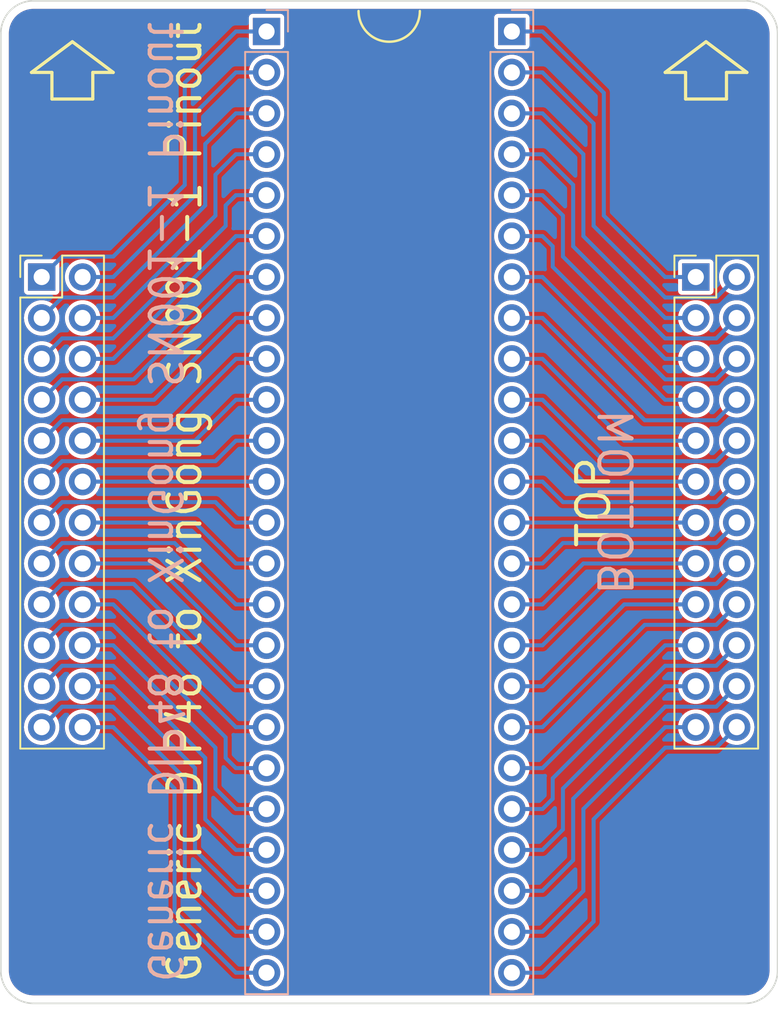
<source format=kicad_pcb>
(kicad_pcb (version 20221018) (generator pcbnew)
  (title_block (title "Generic DIP48 to XinGong SN001-1 Pinout"))
  (layers (0 "F.Cu" signal) (31 "B.Cu" signal) (34 "B.Paste" user) (35 "F.Paste" user) (36 "B.SilkS" user "B.Silkscreen") (37 "F.SilkS" user "F.Silkscreen") (38 "B.Mask" user) (39 "F.Mask" user) (44 "Edge.Cuts" user))
  (net 0 "")
  (net 1 "/P01")
  (net 2 "/P02")
  (net 3 "/P03")
  (net 4 "/P04")
  (net 5 "/P05")
  (net 6 "/P06")
  (net 7 "/P07")
  (net 8 "/P08")
  (net 9 "/P09")
  (net 10 "/P10")
  (net 11 "/P11")
  (net 12 "/P12")
  (net 13 "/P13")
  (net 14 "/P14")
  (net 15 "/P15")
  (net 16 "/P16")
  (net 17 "/P17")
  (net 18 "/P18")
  (net 19 "/P19")
  (net 20 "/P20")
  (net 21 "/P21")
  (net 22 "/P22")
  (net 23 "/P23")
  (net 24 "/P24")
  (net 25 "/P48")
  (net 26 "/P47")
  (net 27 "/P46")
  (net 28 "/P45")
  (net 29 "/P44")
  (net 30 "/P43")
  (net 31 "/P42")
  (net 32 "/P41")
  (net 33 "/P40")
  (net 34 "/P39")
  (net 35 "/P38")
  (net 36 "/P37")
  (net 37 "/P36")
  (net 38 "/P35")
  (net 39 "/P34")
  (net 40 "/P33")
  (net 41 "/P32")
  (net 42 "/P31")
  (net 43 "/P30")
  (net 44 "/P29")
  (net 45 "/P28")
  (net 46 "/P26")
  (net 47 "/P25")
  (net 48 "/P27")
  (footprint "Connector_PinHeader_2.54mm:PinHeader_2x12_P2.54mm_Vertical" (layer "F.Cu") (at 58.42 33.02)
    (fp_text reference "J2" hide)
    (fp_text value "SN001-R")
    (fp_line (start -1.33 -1.33) (end 0 -1.33) (stroke (width 0.12)) (layer "F.SilkS"))
    (fp_line (start -1.33 0) (end -1.33 -1.33) (stroke (width 0.12)) (layer "F.SilkS"))
    (fp_line (start -1.33 1.27) (end -1.33 29.27) (stroke (width 0.12)) (layer "F.SilkS"))
    (fp_line (start -1.33 1.27) (end 1.27 1.27) (stroke (width 0.12)) (layer "F.SilkS"))
    (fp_line (start -1.33 29.27) (end 3.87 29.27) (stroke (width 0.12)) (layer "F.SilkS"))
    (fp_line (start 1.27 -1.33) (end 3.87 -1.33) (stroke (width 0.12)) (layer "F.SilkS"))
    (fp_line (start 1.27 1.27) (end 1.27 -1.33) (stroke (width 0.12)) (layer "F.SilkS"))
    (fp_line (start 3.87 -1.33) (end 3.87 29.27) (stroke (width 0.12)) (layer "F.SilkS"))
    (pad "1" thru_hole rect (at 0 0) (size 1.7 1.7) (drill 1) (layers "*.Cu" "*.Mask") (net 25 "/P48"))
    (pad "2" thru_hole oval (at 2.54 0) (size 1.7 1.7) (drill 1) (layers "*.Cu" "*.Mask") (net 26 "/P47"))
    (pad "3" thru_hole oval (at 0 2.54) (size 1.7 1.7) (drill 1) (layers "*.Cu" "*.Mask") (net 27 "/P46"))
    (pad "4" thru_hole oval (at 2.54 2.54) (size 1.7 1.7) (drill 1) (layers "*.Cu" "*.Mask") (net 28 "/P45"))
    (pad "5" thru_hole oval (at 0 5.08) (size 1.7 1.7) (drill 1) (layers "*.Cu" "*.Mask") (net 29 "/P44"))
    (pad "6" thru_hole oval (at 2.54 5.08) (size 1.7 1.7) (drill 1) (layers "*.Cu" "*.Mask") (net 30 "/P43"))
    (pad "7" thru_hole oval (at 0 7.62) (size 1.7 1.7) (drill 1) (layers "*.Cu" "*.Mask") (net 31 "/P42"))
    (pad "8" thru_hole oval (at 2.54 7.62) (size 1.7 1.7) (drill 1) (layers "*.Cu" "*.Mask") (net 32 "/P41"))
    (pad "9" thru_hole oval (at 0 10.16) (size 1.7 1.7) (drill 1) (layers "*.Cu" "*.Mask") (net 33 "/P40"))
    (pad "10" thru_hole oval (at 2.54 10.16) (size 1.7 1.7) (drill 1) (layers "*.Cu" "*.Mask") (net 34 "/P39"))
    (pad "11" thru_hole oval (at 0 12.7) (size 1.7 1.7) (drill 1) (layers "*.Cu" "*.Mask") (net 35 "/P38"))
    (pad "12" thru_hole oval (at 2.54 12.7) (size 1.7 1.7) (drill 1) (layers "*.Cu" "*.Mask") (net 36 "/P37"))
    (pad "13" thru_hole oval (at 0 15.24) (size 1.7 1.7) (drill 1) (layers "*.Cu" "*.Mask") (net 37 "/P36"))
    (pad "14" thru_hole oval (at 2.54 15.24) (size 1.7 1.7) (drill 1) (layers "*.Cu" "*.Mask") (net 38 "/P35"))
    (pad "15" thru_hole oval (at 0 17.78) (size 1.7 1.7) (drill 1) (layers "*.Cu" "*.Mask") (net 39 "/P34"))
    (pad "16" thru_hole oval (at 2.54 17.78) (size 1.7 1.7) (drill 1) (layers "*.Cu" "*.Mask") (net 40 "/P33"))
    (pad "17" thru_hole oval (at 0 20.32) (size 1.7 1.7) (drill 1) (layers "*.Cu" "*.Mask") (net 41 "/P32"))
    (pad "18" thru_hole oval (at 2.54 20.32) (size 1.7 1.7) (drill 1) (layers "*.Cu" "*.Mask") (net 42 "/P31"))
    (pad "19" thru_hole oval (at 0 22.86) (size 1.7 1.7) (drill 1) (layers "*.Cu" "*.Mask") (net 43 "/P30"))
    (pad "20" thru_hole oval (at 2.54 22.86) (size 1.7 1.7) (drill 1) (layers "*.Cu" "*.Mask") (net 44 "/P29"))
    (pad "21" thru_hole oval (at 0 25.4) (size 1.7 1.7) (drill 1) (layers "*.Cu" "*.Mask") (net 45 "/P28"))
    (pad "22" thru_hole oval (at 2.54 25.4) (size 1.7 1.7) (drill 1) (layers "*.Cu" "*.Mask") (net 48 "/P27"))
    (pad "23" thru_hole oval (at 0 27.94) (size 1.7 1.7) (drill 1) (layers "*.Cu" "*.Mask") (net 46 "/P26"))
    (pad "24" thru_hole oval (at 2.54 27.94) (size 1.7 1.7) (drill 1) (layers "*.Cu" "*.Mask") (net 47 "/P25"))
  )
  (footprint "Connector_PinHeader_2.54mm:PinHeader_2x12_P2.54mm_Vertical" (layer "F.Cu") (at 17.78 33.02)
    (fp_text reference "J1" hide)
    (fp_text value "SN001-L")
    (fp_line (start -1.33 -1.33) (end 0 -1.33) (stroke (width 0.12)) (layer "F.SilkS"))
    (fp_line (start -1.33 0) (end -1.33 -1.33) (stroke (width 0.12)) (layer "F.SilkS"))
    (fp_line (start -1.33 1.27) (end -1.33 29.27) (stroke (width 0.12)) (layer "F.SilkS"))
    (fp_line (start -1.33 1.27) (end 1.27 1.27) (stroke (width 0.12)) (layer "F.SilkS"))
    (fp_line (start -1.33 29.27) (end 3.87 29.27) (stroke (width 0.12)) (layer "F.SilkS"))
    (fp_line (start 1.27 -1.33) (end 3.87 -1.33) (stroke (width 0.12)) (layer "F.SilkS"))
    (fp_line (start 1.27 1.27) (end 1.27 -1.33) (stroke (width 0.12)) (layer "F.SilkS"))
    (fp_line (start 3.87 -1.33) (end 3.87 29.27) (stroke (width 0.12)) (layer "F.SilkS"))
    (pad "1" thru_hole rect (at 0 0) (size 1.7 1.7) (drill 1) (layers "*.Cu" "*.Mask") (net 1 "/P01"))
    (pad "2" thru_hole oval (at 2.54 0) (size 1.7 1.7) (drill 1) (layers "*.Cu" "*.Mask") (net 2 "/P02"))
    (pad "3" thru_hole oval (at 0 2.54) (size 1.7 1.7) (drill 1) (layers "*.Cu" "*.Mask") (net 3 "/P03"))
    (pad "4" thru_hole oval (at 2.54 2.54) (size 1.7 1.7) (drill 1) (layers "*.Cu" "*.Mask") (net 4 "/P04"))
    (pad "5" thru_hole oval (at 0 5.08) (size 1.7 1.7) (drill 1) (layers "*.Cu" "*.Mask") (net 5 "/P05"))
    (pad "6" thru_hole oval (at 2.54 5.08) (size 1.7 1.7) (drill 1) (layers "*.Cu" "*.Mask") (net 6 "/P06"))
    (pad "7" thru_hole oval (at 0 7.62) (size 1.7 1.7) (drill 1) (layers "*.Cu" "*.Mask") (net 7 "/P07"))
    (pad "8" thru_hole oval (at 2.54 7.62) (size 1.7 1.7) (drill 1) (layers "*.Cu" "*.Mask") (net 8 "/P08"))
    (pad "9" thru_hole oval (at 0 10.16) (size 1.7 1.7) (drill 1) (layers "*.Cu" "*.Mask") (net 9 "/P09"))
    (pad "10" thru_hole oval (at 2.54 10.16) (size 1.7 1.7) (drill 1) (layers "*.Cu" "*.Mask") (net 10 "/P10"))
    (pad "11" thru_hole oval (at 0 12.7) (size 1.7 1.7) (drill 1) (layers "*.Cu" "*.Mask") (net 11 "/P11"))
    (pad "12" thru_hole oval (at 2.54 12.7) (size 1.7 1.7) (drill 1) (layers "*.Cu" "*.Mask") (net 12 "/P12"))
    (pad "13" thru_hole oval (at 0 15.24) (size 1.7 1.7) (drill 1) (layers "*.Cu" "*.Mask") (net 13 "/P13"))
    (pad "14" thru_hole oval (at 2.54 15.24) (size 1.7 1.7) (drill 1) (layers "*.Cu" "*.Mask") (net 14 "/P14"))
    (pad "15" thru_hole oval (at 0 17.78) (size 1.7 1.7) (drill 1) (layers "*.Cu" "*.Mask") (net 15 "/P15"))
    (pad "16" thru_hole oval (at 2.54 17.78) (size 1.7 1.7) (drill 1) (layers "*.Cu" "*.Mask") (net 16 "/P16"))
    (pad "17" thru_hole oval (at 0 20.32) (size 1.7 1.7) (drill 1) (layers "*.Cu" "*.Mask") (net 17 "/P17"))
    (pad "18" thru_hole oval (at 2.54 20.32) (size 1.7 1.7) (drill 1) (layers "*.Cu" "*.Mask") (net 18 "/P18"))
    (pad "19" thru_hole oval (at 0 22.86) (size 1.7 1.7) (drill 1) (layers "*.Cu" "*.Mask") (net 19 "/P19"))
    (pad "20" thru_hole oval (at 2.54 22.86) (size 1.7 1.7) (drill 1) (layers "*.Cu" "*.Mask") (net 20 "/P20"))
    (pad "21" thru_hole oval (at 0 25.4) (size 1.7 1.7) (drill 1) (layers "*.Cu" "*.Mask") (net 21 "/P21"))
    (pad "22" thru_hole oval (at 2.54 25.4) (size 1.7 1.7) (drill 1) (layers "*.Cu" "*.Mask") (net 22 "/P22"))
    (pad "23" thru_hole oval (at 0 27.94) (size 1.7 1.7) (drill 1) (layers "*.Cu" "*.Mask") (net 23 "/P23"))
    (pad "24" thru_hole oval (at 2.54 27.94) (size 1.7 1.7) (drill 1) (layers "*.Cu" "*.Mask") (net 24 "/P24"))
  )
  (footprint "Connector_PinHeader_2.54mm:PinHeader_1x24_P2.54mm_Vertical" (layer "B.Cu") (at 46.99 17.78 180)
    (fp_text reference "J4" hide)
    (fp_text value "DIP48-R")
    (fp_line (start -1.33 -59.75) (end 1.33 -59.75) (stroke (width 0.12)) (layer "B.SilkS"))
    (fp_line (start -1.33 -1.27) (end -1.33 -59.75) (stroke (width 0.12)) (layer "B.SilkS"))
    (fp_line (start -1.33 -1.27) (end 1.33 -1.27) (stroke (width 0.12)) (layer "B.SilkS"))
    (fp_line (start -1.33 0) (end -1.33 1.33) (stroke (width 0.12)) (layer "B.SilkS"))
    (fp_line (start -1.33 1.33) (end 0 1.33) (stroke (width 0.12)) (layer "B.SilkS"))
    (fp_line (start 1.33 -1.27) (end 1.33 -59.75) (stroke (width 0.12)) (layer "B.SilkS"))
    (pad "1" thru_hole rect (at 0 0 180) (size 1.7 1.7) (drill 1) (layers "*.Cu" "*.Mask") (net 25 "/P48"))
    (pad "2" thru_hole oval (at 0 -2.54 180) (size 1.7 1.7) (drill 1) (layers "*.Cu" "*.Mask") (net 26 "/P47"))
    (pad "3" thru_hole oval (at 0 -5.08 180) (size 1.7 1.7) (drill 1) (layers "*.Cu" "*.Mask") (net 27 "/P46"))
    (pad "4" thru_hole oval (at 0 -7.62 180) (size 1.7 1.7) (drill 1) (layers "*.Cu" "*.Mask") (net 28 "/P45"))
    (pad "5" thru_hole oval (at 0 -10.16 180) (size 1.7 1.7) (drill 1) (layers "*.Cu" "*.Mask") (net 29 "/P44"))
    (pad "6" thru_hole oval (at 0 -12.7 180) (size 1.7 1.7) (drill 1) (layers "*.Cu" "*.Mask") (net 30 "/P43"))
    (pad "7" thru_hole oval (at 0 -15.24 180) (size 1.7 1.7) (drill 1) (layers "*.Cu" "*.Mask") (net 31 "/P42"))
    (pad "8" thru_hole oval (at 0 -17.78 180) (size 1.7 1.7) (drill 1) (layers "*.Cu" "*.Mask") (net 32 "/P41"))
    (pad "9" thru_hole oval (at 0 -20.32 180) (size 1.7 1.7) (drill 1) (layers "*.Cu" "*.Mask") (net 33 "/P40"))
    (pad "10" thru_hole oval (at 0 -22.86 180) (size 1.7 1.7) (drill 1) (layers "*.Cu" "*.Mask") (net 34 "/P39"))
    (pad "11" thru_hole oval (at 0 -25.4 180) (size 1.7 1.7) (drill 1) (layers "*.Cu" "*.Mask") (net 35 "/P38"))
    (pad "12" thru_hole oval (at 0 -27.94 180) (size 1.7 1.7) (drill 1) (layers "*.Cu" "*.Mask") (net 36 "/P37"))
    (pad "13" thru_hole oval (at 0 -30.48 180) (size 1.7 1.7) (drill 1) (layers "*.Cu" "*.Mask") (net 37 "/P36"))
    (pad "14" thru_hole oval (at 0 -33.02 180) (size 1.7 1.7) (drill 1) (layers "*.Cu" "*.Mask") (net 38 "/P35"))
    (pad "15" thru_hole oval (at 0 -35.56 180) (size 1.7 1.7) (drill 1) (layers "*.Cu" "*.Mask") (net 39 "/P34"))
    (pad "16" thru_hole oval (at 0 -38.1 180) (size 1.7 1.7) (drill 1) (layers "*.Cu" "*.Mask") (net 40 "/P33"))
    (pad "17" thru_hole oval (at 0 -40.64 180) (size 1.7 1.7) (drill 1) (layers "*.Cu" "*.Mask") (net 41 "/P32"))
    (pad "18" thru_hole oval (at 0 -43.18 180) (size 1.7 1.7) (drill 1) (layers "*.Cu" "*.Mask") (net 42 "/P31"))
    (pad "19" thru_hole oval (at 0 -45.72 180) (size 1.7 1.7) (drill 1) (layers "*.Cu" "*.Mask") (net 43 "/P30"))
    (pad "20" thru_hole oval (at 0 -48.26 180) (size 1.7 1.7) (drill 1) (layers "*.Cu" "*.Mask") (net 44 "/P29"))
    (pad "21" thru_hole oval (at 0 -50.8 180) (size 1.7 1.7) (drill 1) (layers "*.Cu" "*.Mask") (net 45 "/P28"))
    (pad "22" thru_hole oval (at 0 -53.34 180) (size 1.7 1.7) (drill 1) (layers "*.Cu" "*.Mask") (net 48 "/P27"))
    (pad "23" thru_hole oval (at 0 -55.88 180) (size 1.7 1.7) (drill 1) (layers "*.Cu" "*.Mask") (net 46 "/P26"))
    (pad "24" thru_hole oval (at 0 -58.42 180) (size 1.7 1.7) (drill 1) (layers "*.Cu" "*.Mask") (net 47 "/P25"))
  )
  (footprint "Connector_PinHeader_2.54mm:PinHeader_1x24_P2.54mm_Vertical" (layer "B.Cu") (at 31.75 17.78 180)
    (fp_text reference "J3" hide)
    (fp_text value "DIP48-L")
    (fp_line (start -1.33 -59.75) (end 1.33 -59.75) (stroke (width 0.12)) (layer "B.SilkS"))
    (fp_line (start -1.33 -1.27) (end -1.33 -59.75) (stroke (width 0.12)) (layer "B.SilkS"))
    (fp_line (start -1.33 -1.27) (end 1.33 -1.27) (stroke (width 0.12)) (layer "B.SilkS"))
    (fp_line (start -1.33 0) (end -1.33 1.33) (stroke (width 0.12)) (layer "B.SilkS"))
    (fp_line (start -1.33 1.33) (end 0 1.33) (stroke (width 0.12)) (layer "B.SilkS"))
    (fp_line (start 1.33 -1.27) (end 1.33 -59.75) (stroke (width 0.12)) (layer "B.SilkS"))
    (pad "1" thru_hole rect (at 0 0 180) (size 1.7 1.7) (drill 1) (layers "*.Cu" "*.Mask") (net 1 "/P01"))
    (pad "2" thru_hole oval (at 0 -2.54 180) (size 1.7 1.7) (drill 1) (layers "*.Cu" "*.Mask") (net 2 "/P02"))
    (pad "3" thru_hole oval (at 0 -5.08 180) (size 1.7 1.7) (drill 1) (layers "*.Cu" "*.Mask") (net 3 "/P03"))
    (pad "4" thru_hole oval (at 0 -7.62 180) (size 1.7 1.7) (drill 1) (layers "*.Cu" "*.Mask") (net 4 "/P04"))
    (pad "5" thru_hole oval (at 0 -10.16 180) (size 1.7 1.7) (drill 1) (layers "*.Cu" "*.Mask") (net 5 "/P05"))
    (pad "6" thru_hole oval (at 0 -12.7 180) (size 1.7 1.7) (drill 1) (layers "*.Cu" "*.Mask") (net 6 "/P06"))
    (pad "7" thru_hole oval (at 0 -15.24 180) (size 1.7 1.7) (drill 1) (layers "*.Cu" "*.Mask") (net 7 "/P07"))
    (pad "8" thru_hole oval (at 0 -17.78 180) (size 1.7 1.7) (drill 1) (layers "*.Cu" "*.Mask") (net 8 "/P08"))
    (pad "9" thru_hole oval (at 0 -20.32 180) (size 1.7 1.7) (drill 1) (layers "*.Cu" "*.Mask") (net 9 "/P09"))
    (pad "10" thru_hole oval (at 0 -22.86 180) (size 1.7 1.7) (drill 1) (layers "*.Cu" "*.Mask") (net 10 "/P10"))
    (pad "11" thru_hole oval (at 0 -25.4 180) (size 1.7 1.7) (drill 1) (layers "*.Cu" "*.Mask") (net 11 "/P11"))
    (pad "12" thru_hole oval (at 0 -27.94 180) (size 1.7 1.7) (drill 1) (layers "*.Cu" "*.Mask") (net 12 "/P12"))
    (pad "13" thru_hole oval (at 0 -30.48 180) (size 1.7 1.7) (drill 1) (layers "*.Cu" "*.Mask") (net 13 "/P13"))
    (pad "14" thru_hole oval (at 0 -33.02 180) (size 1.7 1.7) (drill 1) (layers "*.Cu" "*.Mask") (net 14 "/P14"))
    (pad "15" thru_hole oval (at 0 -35.56 180) (size 1.7 1.7) (drill 1) (layers "*.Cu" "*.Mask") (net 15 "/P15"))
    (pad "16" thru_hole oval (at 0 -38.1 180) (size 1.7 1.7) (drill 1) (layers "*.Cu" "*.Mask") (net 16 "/P16"))
    (pad "17" thru_hole oval (at 0 -40.64 180) (size 1.7 1.7) (drill 1) (layers "*.Cu" "*.Mask") (net 17 "/P17"))
    (pad "18" thru_hole oval (at 0 -43.18 180) (size 1.7 1.7) (drill 1) (layers "*.Cu" "*.Mask") (net 18 "/P18"))
    (pad "19" thru_hole oval (at 0 -45.72 180) (size 1.7 1.7) (drill 1) (layers "*.Cu" "*.Mask") (net 19 "/P19"))
    (pad "20" thru_hole oval (at 0 -48.26 180) (size 1.7 1.7) (drill 1) (layers "*.Cu" "*.Mask") (net 20 "/P20"))
    (pad "21" thru_hole oval (at 0 -50.8 180) (size 1.7 1.7) (drill 1) (layers "*.Cu" "*.Mask") (net 21 "/P21"))
    (pad "22" thru_hole oval (at 0 -53.34 180) (size 1.7 1.7) (drill 1) (layers "*.Cu" "*.Mask") (net 22 "/P22"))
    (pad "23" thru_hole oval (at 0 -55.88 180) (size 1.7 1.7) (drill 1) (layers "*.Cu" "*.Mask") (net 23 "/P23"))
    (pad "24" thru_hole oval (at 0 -58.42 180) (size 1.7 1.7) (drill 1) (layers "*.Cu" "*.Mask") (net 24 "/P24"))
  )
  (gr_line (start 22.225 20.32) (end 19.685 18.415) (stroke (width 0.2)) (layer "F.SilkS"))
  (gr_line (start 19.685 18.415) (end 17.145 20.32) (stroke (width 0.2)) (layer "F.SilkS"))
  (gr_line (start 60.325 20.32) (end 60.325 21.971) (stroke (width 0.2)) (layer "F.SilkS"))
  (gr_line (start 59.055 18.415) (end 56.515 20.32) (stroke (width 0.2)) (layer "F.SilkS"))
  (gr_line (start 60.325 21.971) (end 57.785 21.971) (stroke (width 0.2)) (layer "F.SilkS"))
  (gr_line (start 20.955 21.971) (end 18.415 21.971) (stroke (width 0.2)) (layer "F.SilkS"))
  (gr_line (start 18.415 20.32) (end 18.415 21.971) (stroke (width 0.2)) (layer "F.SilkS"))
  (gr_line (start 20.955 20.32) (end 22.225 20.32) (stroke (width 0.2)) (layer "F.SilkS"))
  (gr_line (start 17.145 20.32) (end 18.415 20.32) (stroke (width 0.2)) (layer "F.SilkS"))
  (gr_line (start 20.955 20.32) (end 20.955 21.971) (stroke (width 0.2)) (layer "F.SilkS"))
  (gr_line (start 61.595 20.32) (end 59.055 18.415) (stroke (width 0.2)) (layer "F.SilkS"))
  (gr_line (start 57.785 20.32) (end 57.785 21.971) (stroke (width 0.2)) (layer "F.SilkS"))
  (gr_line (start 56.515 20.32) (end 57.785 20.32) (stroke (width 0.2)) (layer "F.SilkS"))
  (gr_line (start 60.325 20.32) (end 61.595 20.32) (stroke (width 0.2)) (layer "F.SilkS"))
  (gr_arc (start 41.275 16.51) (mid 39.37 18.415) (end 37.465 16.51) (stroke (width 0.15)) (layer "F.SilkS"))
  (gr_arc (start 63.5 76.073) (mid 62.904841 77.509841) (end 61.468 78.105) (stroke (width 0.1)) (layer "Edge.Cuts"))
  (gr_arc (start 15.24 17.907) (mid 15.835159 16.470159) (end 17.272 15.875) (stroke (width 0.1)) (layer "Edge.Cuts"))
  (gr_arc (start 61.468 15.875) (mid 62.904841 16.470159) (end 63.5 17.907) (stroke (width 0.1)) (layer "Edge.Cuts"))
  (gr_line (start 17.272 15.875) (end 61.468 15.875) (stroke (width 0.1)) (layer "Edge.Cuts"))
  (gr_line (start 15.24 76.073) (end 15.24 17.907) (stroke (width 0.1)) (layer "Edge.Cuts"))
  (gr_line (start 63.5 17.907) (end 63.5 76.073) (stroke (width 0.1)) (layer "Edge.Cuts"))
  (gr_arc (start 17.272 78.105) (mid 15.835159 77.509841) (end 15.24 76.073) (stroke (width 0.1)) (layer "Edge.Cuts"))
  (gr_line (start 61.468 78.105) (end 17.272 78.105) (stroke (width 0.1)) (layer "Edge.Cuts"))
  (gr_text "BOTTOM" (at 53.34 46.99 270) (layer "B.SilkS") (effects (font (size 2 2) (thickness 0.25)) (justify mirror)))
  (gr_text "${TITLE}" (at 25.4 46.99 270) (layer "B.SilkS") (effects (font (size 2 1.8) (thickness 0.25)) (justify mirror)))
  (gr_text "${TITLE}" (at 26.67 46.99 90) (layer "F.SilkS") (effects (font (size 2 1.8) (thickness 0.25))))
  (gr_text "TOP" (at 52.07 46.99 90) (layer "F.SilkS") (effects (font (size 2 2) (thickness 0.25))))
  (segment (start 22.225 31.75) (end 26.67 27.305) (width 0.25) (layer "B.Cu") (net 1))
  (segment (start 29.845 17.78) (end 31.75 17.78) (width 0.25) (layer "B.Cu") (net 1))
  (segment (start 17.78 33.02) (end 19.05 31.75) (width 0.25) (layer "B.Cu") (net 1))
  (segment (start 19.05 31.75) (end 22.225 31.75) (width 0.25) (layer "B.Cu") (net 1))
  (segment (start 26.67 27.305) (end 26.67 20.955) (width 0.25) (layer "B.Cu") (net 1))
  (segment (start 26.67 20.955) (end 29.845 17.78) (width 0.25) (layer "B.Cu") (net 1))
  (segment (start 27.305 22.86) (end 29.845 20.32) (width 0.25) (layer "B.Cu") (net 2))
  (segment (start 22.225 33.02) (end 27.305 27.94) (width 0.25) (layer "B.Cu") (net 2))
  (segment (start 27.305 27.94) (end 27.305 22.86) (width 0.25) (layer "B.Cu") (net 2))
  (segment (start 29.845 20.32) (end 31.75 20.32) (width 0.25) (layer "B.Cu") (net 2))
  (segment (start 20.32 33.02) (end 22.225 33.02) (width 0.25) (layer "B.Cu") (net 2))
  (segment (start 27.94 24.765) (end 29.845 22.86) (width 0.25) (layer "B.Cu") (net 3))
  (segment (start 29.845 22.86) (end 31.75 22.86) (width 0.25) (layer "B.Cu") (net 3))
  (segment (start 22.225 34.29) (end 27.94 28.575) (width 0.25) (layer "B.Cu") (net 3))
  (segment (start 27.94 28.575) (end 27.94 24.765) (width 0.25) (layer "B.Cu") (net 3))
  (segment (start 19.05 34.29) (end 22.225 34.29) (width 0.25) (layer "B.Cu") (net 3))
  (segment (start 17.78 35.56) (end 19.05 34.29) (width 0.25) (layer "B.Cu") (net 3))
  (segment (start 28.575 26.67) (end 29.845 25.4) (width 0.25) (layer "B.Cu") (net 4))
  (segment (start 22.225 35.56) (end 28.575 29.21) (width 0.25) (layer "B.Cu") (net 4))
  (segment (start 28.575 29.21) (end 28.575 26.67) (width 0.25) (layer "B.Cu") (net 4))
  (segment (start 29.845 25.4) (end 31.75 25.4) (width 0.25) (layer "B.Cu") (net 4))
  (segment (start 20.32 35.56) (end 22.225 35.56) (width 0.25) (layer "B.Cu") (net 4))
  (segment (start 29.845 27.94) (end 29.21 28.575) (width 0.25) (layer "B.Cu") (net 5))
  (segment (start 19.05 36.83) (end 22.225 36.83) (width 0.25) (layer "B.Cu") (net 5))
  (segment (start 22.225 36.83) (end 29.21 29.845) (width 0.25) (layer "B.Cu") (net 5))
  (segment (start 29.21 28.575) (end 29.21 29.845) (width 0.25) (layer "B.Cu") (net 5))
  (segment (start 31.75 27.94) (end 29.845 27.94) (width 0.25) (layer "B.Cu") (net 5))
  (segment (start 17.78 38.1) (end 19.05 36.83) (width 0.25) (layer "B.Cu") (net 5))
  (segment (start 20.32 38.1) (end 22.225 38.1) (width 0.25) (layer "B.Cu") (net 6))
  (segment (start 29.845 30.48) (end 31.75 30.48) (width 0.25) (layer "B.Cu") (net 6))
  (segment (start 22.225 38.1) (end 29.845 30.48) (width 0.25) (layer "B.Cu") (net 6))
  (segment (start 29.845 33.02) (end 31.75 33.02) (width 0.25) (layer "B.Cu") (net 7))
  (segment (start 19.05 39.37) (end 23.495 39.37) (width 0.25) (layer "B.Cu") (net 7))
  (segment (start 17.78 40.64) (end 19.05 39.37) (width 0.25) (layer "B.Cu") (net 7))
  (segment (start 23.495 39.37) (end 29.845 33.02) (width 0.25) (layer "B.Cu") (net 7))
  (segment (start 20.32 40.64) (end 24.765 40.64) (width 0.25) (layer "B.Cu") (net 8))
  (segment (start 24.765 40.64) (end 29.845 35.56) (width 0.25) (layer "B.Cu") (net 8))
  (segment (start 29.845 35.56) (end 31.75 35.56) (width 0.25) (layer "B.Cu") (net 8))
  (segment (start 19.05 41.91) (end 26.035 41.91) (width 0.25) (layer "B.Cu") (net 9))
  (segment (start 17.78 43.18) (end 19.05 41.91) (width 0.25) (layer "B.Cu") (net 9))
  (segment (start 26.035 41.91) (end 29.845 38.1) (width 0.25) (layer "B.Cu") (net 9))
  (segment (start 29.845 38.1) (end 31.75 38.1) (width 0.25) (layer "B.Cu") (net 9))
  (segment (start 29.845 40.64) (end 31.75 40.64) (width 0.25) (layer "B.Cu") (net 10))
  (segment (start 27.305 43.18) (end 29.845 40.64) (width 0.25) (layer "B.Cu") (net 10))
  (segment (start 20.32 43.18) (end 27.305 43.18) (width 0.25) (layer "B.Cu") (net 10))
  (segment (start 28.575 44.45) (end 29.845 43.18) (width 0.25) (layer "B.Cu") (net 11))
  (segment (start 17.78 45.72) (end 19.05 44.45) (width 0.25) (layer "B.Cu") (net 11))
  (segment (start 29.845 43.18) (end 31.75 43.18) (width 0.25) (layer "B.Cu") (net 11))
  (segment (start 19.05 44.45) (end 28.575 44.45) (width 0.25) (layer "B.Cu") (net 11))
  (segment (start 20.32 45.72) (end 31.75 45.72) (width 0.25) (layer "B.Cu") (net 12))
  (segment (start 29.845 48.26) (end 31.75 48.26) (width 0.25) (layer "B.Cu") (net 13))
  (segment (start 19.05 46.99) (end 28.575 46.99) (width 0.25) (layer "B.Cu") (net 13))
  (segment (start 17.78 48.26) (end 19.05 46.99) (width 0.25) (layer "B.Cu") (net 13))
  (segment (start 28.575 46.99) (end 29.845 48.26) (width 0.25) (layer "B.Cu") (net 13))
  (segment (start 27.305 48.26) (end 29.845 50.8) (width 0.25) (layer "B.Cu") (net 14))
  (segment (start 29.845 50.8) (end 31.75 50.8) (width 0.25) (layer "B.Cu") (net 14))
  (segment (start 20.32 48.26) (end 27.305 48.26) (width 0.25) (layer "B.Cu") (net 14))
  (segment (start 17.78 50.8) (end 19.05 49.53) (width 0.25) (layer "B.Cu") (net 15))
  (segment (start 29.845 53.34) (end 31.75 53.34) (width 0.25) (layer "B.Cu") (net 15))
  (segment (start 26.035 49.53) (end 29.845 53.34) (width 0.25) (layer "B.Cu") (net 15))
  (segment (start 19.05 49.53) (end 26.035 49.53) (width 0.25) (layer "B.Cu") (net 15))
  (segment (start 24.765 50.8) (end 29.845 55.88) (width 0.25) (layer "B.Cu") (net 16))
  (segment (start 29.845 55.88) (end 31.75 55.88) (width 0.25) (layer "B.Cu") (net 16))
  (segment (start 20.32 50.8) (end 24.765 50.8) (width 0.25) (layer "B.Cu") (net 16))
  (segment (start 23.495 52.07) (end 29.845 58.42) (width 0.25) (layer "B.Cu") (net 17))
  (segment (start 29.845 58.42) (end 31.75 58.42) (width 0.25) (layer "B.Cu") (net 17))
  (segment (start 19.05 52.07) (end 23.495 52.07) (width 0.25) (layer "B.Cu") (net 17))
  (segment (start 17.78 53.34) (end 19.05 52.07) (width 0.25) (layer "B.Cu") (net 17))
  (segment (start 22.225 53.34) (end 29.845 60.96) (width 0.25) (layer "B.Cu") (net 18))
  (segment (start 29.845 60.96) (end 31.75 60.96) (width 0.25) (layer "B.Cu") (net 18))
  (segment (start 20.32 53.34) (end 22.225 53.34) (width 0.25) (layer "B.Cu") (net 18))
  (segment (start 19.05 54.61) (end 22.225 54.61) (width 0.25) (layer "B.Cu") (net 19))
  (segment (start 29.845 63.5) (end 31.75 63.5) (width 0.25) (layer "B.Cu") (net 19))
  (segment (start 22.225 54.61) (end 29.21 61.595) (width 0.25) (layer "B.Cu") (net 19))
  (segment (start 29.21 62.865) (end 29.845 63.5) (width 0.25) (layer "B.Cu") (net 19))
  (segment (start 17.78 55.88) (end 19.05 54.61) (width 0.25) (layer "B.Cu") (net 19))
  (segment (start 29.21 61.595) (end 29.21 62.865) (width 0.25) (layer "B.Cu") (net 19))
  (segment (start 22.225 55.88) (end 28.575 62.23) (width 0.25) (layer "B.Cu") (net 20))
  (segment (start 20.32 55.88) (end 22.225 55.88) (width 0.25) (layer "B.Cu") (net 20))
  (segment (start 28.575 64.77) (end 29.845 66.04) (width 0.25) (layer "B.Cu") (net 20))
  (segment (start 28.575 62.23) (end 28.575 64.77) (width 0.25) (layer "B.Cu") (net 20))
  (segment (start 29.845 66.04) (end 31.75 66.04) (width 0.25) (layer "B.Cu") (net 20))
  (segment (start 29.845 68.58) (end 31.75 68.58) (width 0.25) (layer "B.Cu") (net 21))
  (segment (start 22.225 57.15) (end 27.94 62.865) (width 0.25) (layer "B.Cu") (net 21))
  (segment (start 17.78 58.42) (end 19.05 57.15) (width 0.25) (layer "B.Cu") (net 21))
  (segment (start 27.94 66.675) (end 29.845 68.58) (width 0.25) (layer "B.Cu") (net 21))
  (segment (start 27.94 62.865) (end 27.94 66.675) (width 0.25) (layer "B.Cu") (net 21))
  (segment (start 19.05 57.15) (end 22.225 57.15) (width 0.25) (layer "B.Cu") (net 21))
  (segment (start 27.305 68.58) (end 29.845 71.12) (width 0.25) (layer "B.Cu") (net 22))
  (segment (start 22.225 58.42) (end 27.305 63.5) (width 0.25) (layer "B.Cu") (net 22))
  (segment (start 27.305 63.5) (end 27.305 68.58) (width 0.25) (layer "B.Cu") (net 22))
  (segment (start 20.32 58.42) (end 22.225 58.42) (width 0.25) (layer "B.Cu") (net 22))
  (segment (start 29.845 71.12) (end 31.75 71.12) (width 0.25) (layer "B.Cu") (net 22))
  (segment (start 19.05 59.69) (end 22.225 59.69) (width 0.25) (layer "B.Cu") (net 23))
  (segment (start 22.225 59.69) (end 26.67 64.135) (width 0.25) (layer "B.Cu") (net 23))
  (segment (start 26.67 64.135) (end 26.67 70.485) (width 0.25) (layer "B.Cu") (net 23))
  (segment (start 17.78 60.96) (end 19.05 59.69) (width 0.25) (layer "B.Cu") (net 23))
  (segment (start 26.67 70.485) (end 29.845 73.66) (width 0.25) (layer "B.Cu") (net 23))
  (segment (start 29.845 73.66) (end 31.75 73.66) (width 0.25) (layer "B.Cu") (net 23))
  (segment (start 26.035 72.39) (end 29.845 76.2) (width 0.25) (layer "B.Cu") (net 24))
  (segment (start 29.845 76.2) (end 31.75 76.2) (width 0.25) (layer "B.Cu") (net 24))
  (segment (start 22.225 60.96) (end 26.035 64.77) (width 0.25) (layer "B.Cu") (net 24))
  (segment (start 26.035 64.77) (end 26.035 72.39) (width 0.25) (layer "B.Cu") (net 24))
  (segment (start 20.32 60.96) (end 22.225 60.96) (width 0.25) (layer "B.Cu") (net 24))
  (segment (start 52.705 29.21) (end 52.705 21.59) (width 0.25) (layer "B.Cu") (net 25))
  (segment (start 48.895 17.78) (end 46.99 17.78) (width 0.25) (layer "B.Cu") (net 25))
  (segment (start 56.515 33.02) (end 52.705 29.21) (width 0.25) (layer "B.Cu") (net 25))
  (segment (start 52.705 21.59) (end 48.895 17.78) (width 0.25) (layer "B.Cu") (net 25))
  (segment (start 58.42 33.02) (end 56.515 33.02) (width 0.25) (layer "B.Cu") (net 25))
  (segment (start 52.07 29.845) (end 52.07 23.495) (width 0.25) (layer "B.Cu") (net 26))
  (segment (start 52.07 23.495) (end 48.895 20.32) (width 0.25) (layer "B.Cu") (net 26))
  (segment (start 59.69 34.29) (end 56.515 34.29) (width 0.25) (layer "B.Cu") (net 26))
  (segment (start 48.895 20.32) (end 46.99 20.32) (width 0.25) (layer "B.Cu") (net 26))
  (segment (start 60.96 33.02) (end 59.69 34.29) (width 0.25) (layer "B.Cu") (net 26))
  (segment (start 56.515 34.29) (end 52.07 29.845) (width 0.25) (layer "B.Cu") (net 26))
  (segment (start 51.435 30.48) (end 51.435 25.4) (width 0.25) (layer "B.Cu") (net 27))
  (segment (start 58.42 35.56) (end 56.515 35.56) (width 0.25) (layer "B.Cu") (net 27))
  (segment (start 56.515 35.56) (end 51.435 30.48) (width 0.25) (layer "B.Cu") (net 27))
  (segment (start 48.895 22.86) (end 46.99 22.86) (width 0.25) (layer "B.Cu") (net 27))
  (segment (start 51.435 25.4) (end 48.895 22.86) (width 0.25) (layer "B.Cu") (net 27))
  (segment (start 50.8 31.115) (end 50.8 27.305) (width 0.25) (layer "B.Cu") (net 28))
  (segment (start 60.96 35.56) (end 59.69 36.83) (width 0.25) (layer "B.Cu") (net 28))
  (segment (start 59.69 36.83) (end 56.515 36.83) (width 0.25) (layer "B.Cu") (net 28))
  (segment (start 50.8 27.305) (end 48.895 25.4) (width 0.25) (layer "B.Cu") (net 28))
  (segment (start 48.895 25.4) (end 46.99 25.4) (width 0.25) (layer "B.Cu") (net 28))
  (segment (start 56.515 36.83) (end 50.8 31.115) (width 0.25) (layer "B.Cu") (net 28))
  (segment (start 50.165 31.75) (end 50.165 29.21) (width 0.25) (layer "B.Cu") (net 29))
  (segment (start 50.165 29.21) (end 48.895 27.94) (width 0.25) (layer "B.Cu") (net 29))
  (segment (start 58.42 38.1) (end 56.515 38.1) (width 0.25) (layer "B.Cu") (net 29))
  (segment (start 48.895 27.94) (end 46.99 27.94) (width 0.25) (layer "B.Cu") (net 29))
  (segment (start 56.515 38.1) (end 50.165 31.75) (width 0.25) (layer "B.Cu") (net 29))
  (segment (start 56.515 39.37) (end 49.53 32.385) (width 0.25) (layer "B.Cu") (net 30))
  (segment (start 49.53 31.115) (end 48.895 30.48) (width 0.25) (layer "B.Cu") (net 30))
  (segment (start 49.53 32.385) (end 49.53 31.115) (width 0.25) (layer "B.Cu") (net 30))
  (segment (start 60.96 38.1) (end 59.69 39.37) (width 0.25) (layer "B.Cu") (net 30))
  (segment (start 48.895 30.48) (end 46.99 30.48) (width 0.25) (layer "B.Cu") (net 30))
  (segment (start 59.69 39.37) (end 56.515 39.37) (width 0.25) (layer "B.Cu") (net 30))
  (segment (start 56.515 40.64) (end 48.895 33.02) (width 0.25) (layer "B.Cu") (net 31))
  (segment (start 48.895 33.02) (end 46.99 33.02) (width 0.25) (layer "B.Cu") (net 31))
  (segment (start 58.42 40.64) (end 56.515 40.64) (width 0.25) (layer "B.Cu") (net 31))
  (segment (start 48.895 35.56) (end 46.99 35.56) (width 0.25) (layer "B.Cu") (net 32))
  (segment (start 60.96 40.64) (end 59.69 41.91) (width 0.25) (layer "B.Cu") (net 32))
  (segment (start 59.69 41.91) (end 55.245 41.91) (width 0.25) (layer "B.Cu") (net 32))
  (segment (start 55.245 41.91) (end 48.895 35.56) (width 0.25) (layer "B.Cu") (net 32))
  (segment (start 48.895 38.1) (end 46.99 38.1) (width 0.25) (layer "B.Cu") (net 33))
  (segment (start 53.975 43.18) (end 48.895 38.1) (width 0.25) (layer "B.Cu") (net 33))
  (segment (start 58.42 43.18) (end 53.975 43.18) (width 0.25) (layer "B.Cu") (net 33))
  (segment (start 59.69 44.45) (end 52.705 44.45) (width 0.25) (layer "B.Cu") (net 34))
  (segment (start 48.895 40.64) (end 46.99 40.64) (width 0.25) (layer "B.Cu") (net 34))
  (segment (start 52.705 44.45) (end 48.895 40.64) (width 0.25) (layer "B.Cu") (net 34))
  (segment (start 60.96 43.18) (end 59.69 44.45) (width 0.25) (layer "B.Cu") (net 34))
  (segment (start 58.42 45.72) (end 51.435 45.72) (width 0.25) (layer "B.Cu") (net 35))
  (segment (start 51.435 45.72) (end 48.895 43.18) (width 0.25) (layer "B.Cu") (net 35))
  (segment (start 48.895 43.18) (end 46.99 43.18) (width 0.25) (layer "B.Cu") (net 35))
  (segment (start 60.96 45.72) (end 59.69 46.99) (width 0.25) (layer "B.Cu") (net 36))
  (segment (start 59.69 46.99) (end 50.165 46.99) (width 0.25) (layer "B.Cu") (net 36))
  (segment (start 48.895 45.72) (end 46.99 45.72) (width 0.25) (layer "B.Cu") (net 36))
  (segment (start 50.165 46.99) (end 48.895 45.72) (width 0.25) (layer "B.Cu") (net 36))
  (segment (start 58.42 48.26) (end 46.99 48.26) (width 0.25) (layer "B.Cu") (net 37))
  (segment (start 48.895 50.8) (end 46.99 50.8) (width 0.25) (layer "B.Cu") (net 38))
  (segment (start 60.96 48.26) (end 59.69 49.53) (width 0.25) (layer "B.Cu") (net 38))
  (segment (start 50.165 49.53) (end 48.895 50.8) (width 0.25) (layer "B.Cu") (net 38))
  (segment (start 59.69 49.53) (end 50.165 49.53) (width 0.25) (layer "B.Cu") (net 38))
  (segment (start 51.435 50.8) (end 48.895 53.34) (width 0.25) (layer "B.Cu") (net 39))
  (segment (start 48.895 53.34) (end 46.99 53.34) (width 0.25) (layer "B.Cu") (net 39))
  (segment (start 58.42 50.8) (end 51.435 50.8) (width 0.25) (layer "B.Cu") (net 39))
  (segment (start 59.69 52.07) (end 52.705 52.07) (width 0.25) (layer "B.Cu") (net 40))
  (segment (start 52.705 52.07) (end 48.895 55.88) (width 0.25) (layer "B.Cu") (net 40))
  (segment (start 60.96 50.8) (end 59.69 52.07) (width 0.25) (layer "B.Cu") (net 40))
  (segment (start 48.895 55.88) (end 46.99 55.88) (width 0.25) (layer "B.Cu") (net 40))
  (segment (start 53.975 53.34) (end 48.895 58.42) (width 0.25) (layer "B.Cu") (net 41))
  (segment (start 48.895 58.42) (end 46.99 58.42) (width 0.25) (layer "B.Cu") (net 41))
  (segment (start 58.42 53.34) (end 53.975 53.34) (width 0.25) (layer "B.Cu") (net 41))
  (segment (start 60.96 53.34) (end 59.69 54.61) (width 0.25) (layer "B.Cu") (net 42))
  (segment (start 59.69 54.61) (end 55.245 54.61) (width 0.25) (layer "B.Cu") (net 42))
  (segment (start 48.895 60.96) (end 46.99 60.96) (width 0.25) (layer "B.Cu") (net 42))
  (segment (start 55.245 54.61) (end 48.895 60.96) (width 0.25) (layer "B.Cu") (net 42))
  (segment (start 56.515 55.88) (end 48.895 63.5) (width 0.25) (layer "B.Cu") (net 43))
  (segment (start 48.895 63.5) (end 46.99 63.5) (width 0.25) (layer "B.Cu") (net 43))
  (segment (start 58.42 55.88) (end 56.515 55.88) (width 0.25) (layer "B.Cu") (net 43))
  (segment (start 60.96 55.88) (end 59.69 57.15) (width 0.25) (layer "B.Cu") (net 44))
  (segment (start 49.53 65.405) (end 48.895 66.04) (width 0.25) (layer "B.Cu") (net 44))
  (segment (start 48.895 66.04) (end 46.99 66.04) (width 0.25) (layer "B.Cu") (net 44))
  (segment (start 56.515 57.15) (end 49.53 64.135) (width 0.25) (layer "B.Cu") (net 44))
  (segment (start 49.53 64.135) (end 49.53 65.405) (width 0.25) (layer "B.Cu") (net 44))
  (segment (start 59.69 57.15) (end 56.515 57.15) (width 0.25) (layer "B.Cu") (net 44))
  (segment (start 56.515 58.42) (end 50.165 64.77) (width 0.25) (layer "B.Cu") (net 45))
  (segment (start 50.165 64.77) (end 50.165 67.31) (width 0.25) (layer "B.Cu") (net 45))
  (segment (start 48.895 68.58) (end 46.99 68.58) (width 0.25) (layer "B.Cu") (net 45))
  (segment (start 58.42 58.42) (end 56.515 58.42) (width 0.25) (layer "B.Cu") (net 45))
  (segment (start 50.165 67.31) (end 48.895 68.58) (width 0.25) (layer "B.Cu") (net 45))
  (segment (start 56.515 60.96) (end 51.435 66.04) (width 0.25) (layer "B.Cu") (net 46))
  (segment (start 48.895 73.66) (end 46.99 73.66) (width 0.25) (layer "B.Cu") (net 46))
  (segment (start 58.42 60.96) (end 56.515 60.96) (width 0.25) (layer "B.Cu") (net 46))
  (segment (start 51.435 71.12) (end 48.895 73.66) (width 0.25) (layer "B.Cu") (net 46))
  (segment (start 51.435 66.04) (end 51.435 71.12) (width 0.25) (layer "B.Cu") (net 46))
  (segment (start 52.07 73.025) (end 48.895 76.2) (width 0.25) (layer "B.Cu") (net 47))
  (segment (start 59.69 62.23) (end 56.515 62.23) (width 0.25) (layer "B.Cu") (net 47))
  (segment (start 60.96 60.96) (end 59.69 62.23) (width 0.25) (layer "B.Cu") (net 47))
  (segment (start 52.07 66.675) (end 52.07 73.025) (width 0.25) (layer "B.Cu") (net 47))
  (segment (start 56.515 62.23) (end 52.07 66.675) (width 0.25) (layer "B.Cu") (net 47))
  (segment (start 48.895 76.2) (end 46.99 76.2) (width 0.25) (layer "B.Cu") (net 47))
  (segment (start 56.515 59.69) (end 50.8 65.405) (width 0.25) (layer "B.Cu") (net 48))
  (segment (start 50.8 65.405) (end 50.8 69.215) (width 0.25) (layer "B.Cu") (net 48))
  (segment (start 50.8 69.215) (end 48.895 71.12) (width 0.25) (layer "B.Cu") (net 48))
  (segment (start 59.69 59.69) (end 56.515 59.69) (width 0.25) (layer "B.Cu") (net 48))
  (segment (start 60.96 58.42) (end 59.69 59.69) (width 0.25) (layer "B.Cu") (net 48))
  (segment (start 48.895 71.12) (end 46.99 71.12) (width 0.25) (layer "B.Cu") (net 48))
  (zone (net 0) (net_name "") (layers "F&B.Cu") (connect_pads (clearance 0.25)) (min_thickness 0.25) (fill yes (thermal_gap 0.5) (thermal_bridge_width 0.5) (island_removal_mode 1) (island_area_min 10))
    (polygon (pts (xy 15.24 15.875) (xy 15.24 78.105) (xy 63.5 78.105) (xy 63.5 15.875)))
  )
)
</source>
